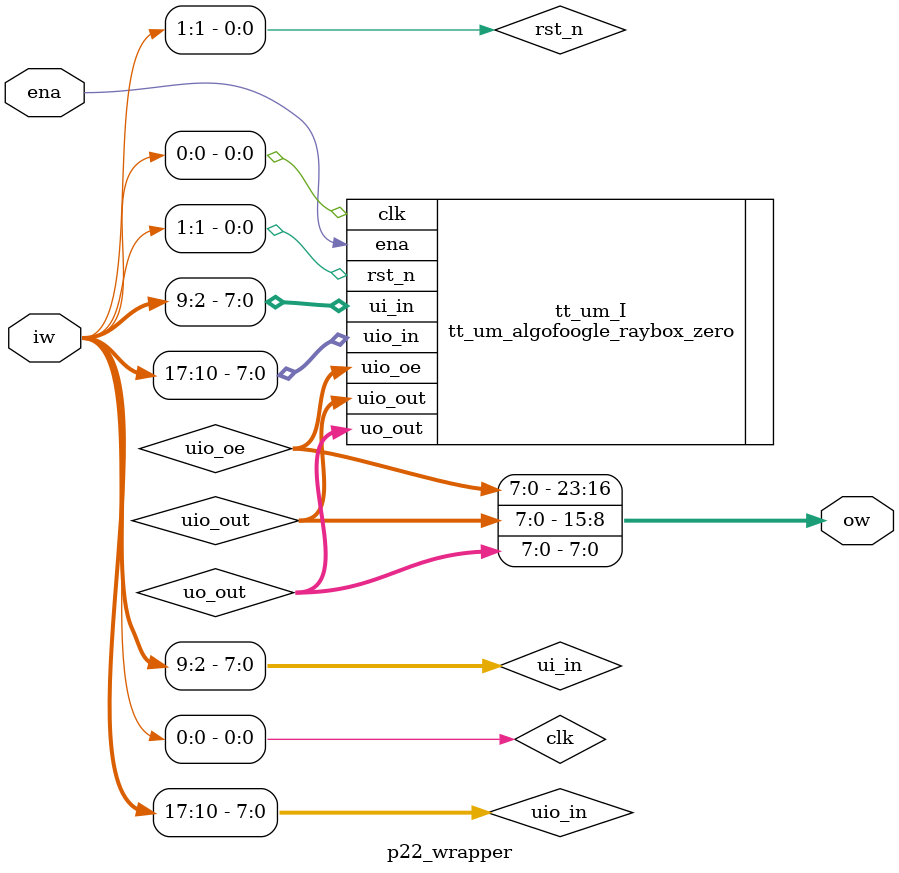
<source format=v>
`default_nettype none

module p22_wrapper (
  input wire ena,
  input wire [17:0] iw,
  output wire [23:0] ow
);

wire [7:0] uio_in;
wire [7:0] uio_out;
wire [7:0] uio_oe;
wire [7:0] uo_out;
wire [7:0] ui_in;
wire clk;
wire rst_n;

assign { uio_in, ui_in, rst_n, clk } = iw;
assign ow = { uio_oe, uio_out, uo_out };

tt_um_algofoogle_raybox_zero tt_um_I (
  .uio_in  (uio_in),
  .uio_out (uio_out),
  .uio_oe  (uio_oe),
  .uo_out  (uo_out),
  .ui_in   (ui_in),
  .ena     (ena),
  .clk     (clk),
  .rst_n   (rst_n)
);

endmodule

</source>
